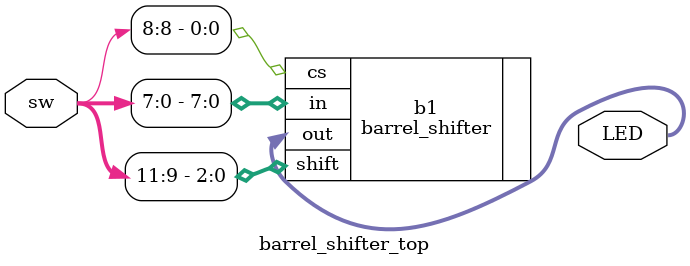
<source format=sv>
module barrel_shifter_top(
    input logic [11:0] sw,
    output logic [7:0] LED
    );
    
    barrel_shifter b1(
    .in(sw[7:0]),
    .cs(sw[8]),
    .shift(sw[11:9]),
    .out(LED[7:0])
    );
    
endmodule

</source>
